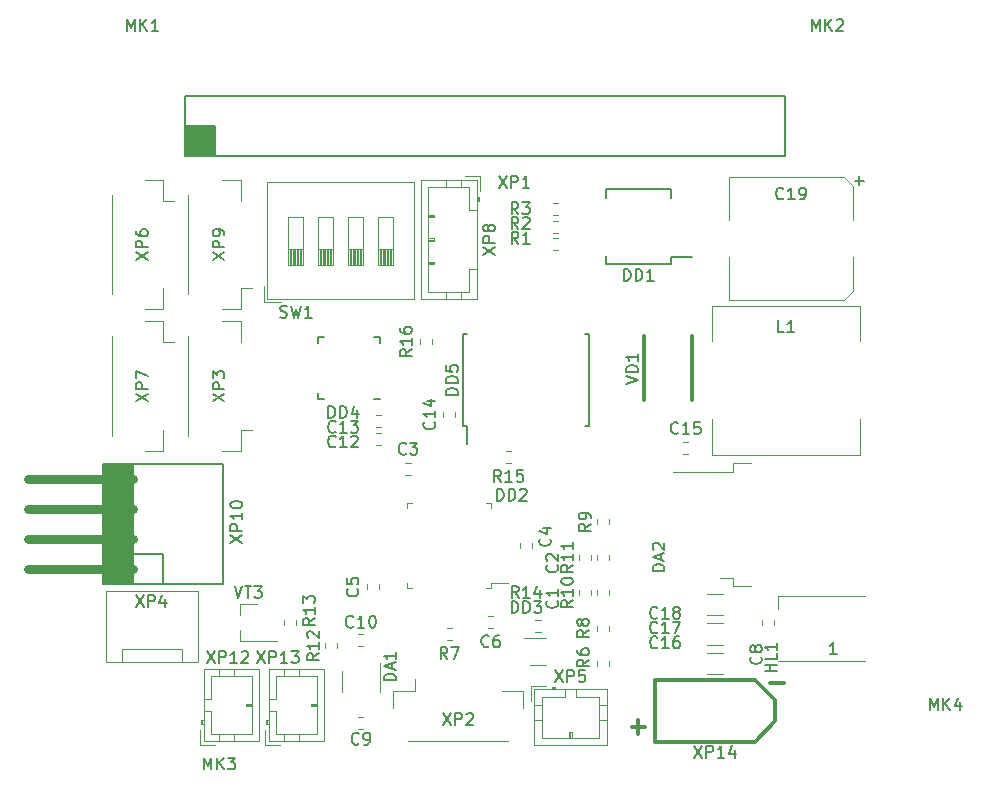
<source format=gbr>
G04 #@! TF.GenerationSoftware,KiCad,Pcbnew,5.0.0-rc2-dev-unknown-41ac458~64~ubuntu17.10.1*
G04 #@! TF.CreationDate,2018-04-19T23:44:08+03:00*
G04 #@! TF.ProjectId,obc-drone-hat,6F62632D64726F6E652D6861742E6B69,rev?*
G04 #@! TF.SameCoordinates,Original*
G04 #@! TF.FileFunction,Legend,Top*
G04 #@! TF.FilePolarity,Positive*
%FSLAX46Y46*%
G04 Gerber Fmt 4.6, Leading zero omitted, Abs format (unit mm)*
G04 Created by KiCad (PCBNEW 5.0.0-rc2-dev-unknown-41ac458~64~ubuntu17.10.1) date Thu Apr 19 23:44:08 2018*
%MOMM*%
%LPD*%
G01*
G04 APERTURE LIST*
%ADD10C,0.300000*%
%ADD11C,0.120000*%
%ADD12C,0.150000*%
%ADD13C,0.800000*%
G04 APERTURE END LIST*
D10*
X186678571Y-134607142D02*
X187821428Y-134607142D01*
X174928571Y-138357142D02*
X176071428Y-138357142D01*
X175500000Y-138928571D02*
X175500000Y-137785714D01*
D11*
X183550000Y-125760000D02*
X182450000Y-125760000D01*
X183550000Y-126450000D02*
X183550000Y-125760000D01*
X185050000Y-126450000D02*
X183550000Y-126450000D01*
X183550000Y-116740000D02*
X178425000Y-116740000D01*
X183550000Y-116050000D02*
X183550000Y-116740000D01*
X185050000Y-116050000D02*
X183550000Y-116050000D01*
X171510000Y-127220000D02*
X171510000Y-126780000D01*
X170490000Y-127220000D02*
X170490000Y-126780000D01*
X170490000Y-123780000D02*
X170490000Y-124220000D01*
X171510000Y-123780000D02*
X171510000Y-124220000D01*
X155780000Y-117010000D02*
X156220000Y-117010000D01*
X155780000Y-115990000D02*
X156220000Y-115990000D01*
X165490000Y-122780000D02*
X165490000Y-123220000D01*
X166510000Y-122780000D02*
X166510000Y-123220000D01*
X153510000Y-126720000D02*
X153510000Y-126280000D01*
X152490000Y-126720000D02*
X152490000Y-126280000D01*
X163220000Y-128990000D02*
X162780000Y-128990000D01*
X163220000Y-130010000D02*
X162780000Y-130010000D01*
X187010000Y-129720000D02*
X187010000Y-129280000D01*
X185990000Y-129720000D02*
X185990000Y-129280000D01*
X152220000Y-137490000D02*
X151780000Y-137490000D01*
X152220000Y-138510000D02*
X151780000Y-138510000D01*
X152220000Y-130490000D02*
X151780000Y-130490000D01*
X152220000Y-131510000D02*
X151780000Y-131510000D01*
X153280000Y-114510000D02*
X153720000Y-114510000D01*
X153280000Y-113490000D02*
X153720000Y-113490000D01*
X153280000Y-113010000D02*
X153720000Y-113010000D01*
X153280000Y-111990000D02*
X153720000Y-111990000D01*
X160010000Y-112120000D02*
X160010000Y-111680000D01*
X158990000Y-112120000D02*
X158990000Y-111680000D01*
X179280000Y-115260000D02*
X179720000Y-115260000D01*
X179280000Y-114240000D02*
X179720000Y-114240000D01*
X181350000Y-133910000D02*
X182650000Y-133910000D01*
X181350000Y-132090000D02*
X182650000Y-132090000D01*
X181350000Y-131410000D02*
X182650000Y-131410000D01*
X181350000Y-129590000D02*
X182650000Y-129590000D01*
X181350000Y-128910000D02*
X182650000Y-128910000D01*
X181350000Y-127090000D02*
X182650000Y-127090000D01*
X192870000Y-102210000D02*
X183210000Y-102210000D01*
X193630000Y-101450000D02*
X192870000Y-102210000D01*
X192870000Y-91790000D02*
X193630000Y-92550000D01*
X183210000Y-91790000D02*
X192870000Y-91790000D01*
X183210000Y-102210000D02*
X183210000Y-98560000D01*
X183210000Y-91790000D02*
X183210000Y-95440000D01*
X193630000Y-92550000D02*
X193630000Y-95440000D01*
X193630000Y-101450000D02*
X193630000Y-98560000D01*
X153610000Y-135400000D02*
X153610000Y-132950000D01*
X150390000Y-133600000D02*
X150390000Y-135400000D01*
D12*
X178250000Y-98550000D02*
X180000000Y-98550000D01*
X178250000Y-92795000D02*
X172750000Y-92795000D01*
X178250000Y-99205000D02*
X172750000Y-99205000D01*
X178250000Y-92795000D02*
X178250000Y-93545000D01*
X172750000Y-92795000D02*
X172750000Y-93545000D01*
X172750000Y-99205000D02*
X172750000Y-98455000D01*
X178250000Y-99205000D02*
X178250000Y-98550000D01*
D11*
X163060000Y-119440000D02*
X162640000Y-119440000D01*
X163060000Y-126560000D02*
X163060000Y-126140000D01*
X163060000Y-126140000D02*
X164440000Y-126140000D01*
X155940000Y-126560000D02*
X156360000Y-126560000D01*
X155940000Y-119440000D02*
X156360000Y-119440000D01*
X163060000Y-126560000D02*
X162640000Y-126560000D01*
X163060000Y-119440000D02*
X163060000Y-119860000D01*
X155940000Y-119440000D02*
X155940000Y-119860000D01*
X155940000Y-126560000D02*
X155940000Y-126140000D01*
X166300000Y-133160000D02*
X167700000Y-133160000D01*
X167700000Y-130840000D02*
X165800000Y-130840000D01*
X187350000Y-127250000D02*
X187350000Y-128400000D01*
X194650000Y-127250000D02*
X187350000Y-127250000D01*
X194650000Y-132750000D02*
X187350000Y-132750000D01*
X194300000Y-102700000D02*
X194300000Y-105700000D01*
X181700000Y-102700000D02*
X194300000Y-102700000D01*
X181700000Y-105700000D02*
X181700000Y-102700000D01*
X181700000Y-115300000D02*
X181700000Y-112300000D01*
X194300000Y-115300000D02*
X181700000Y-115300000D01*
X194300000Y-112300000D02*
X194300000Y-115300000D01*
X168280000Y-98010000D02*
X168720000Y-98010000D01*
X168280000Y-96990000D02*
X168720000Y-96990000D01*
X168280000Y-96510000D02*
X168720000Y-96510000D01*
X168280000Y-95490000D02*
X168720000Y-95490000D01*
X168280000Y-95010000D02*
X168720000Y-95010000D01*
X168280000Y-93990000D02*
X168720000Y-93990000D01*
X173010000Y-133220000D02*
X173010000Y-132780000D01*
X171990000Y-133220000D02*
X171990000Y-132780000D01*
X159720000Y-129990000D02*
X159280000Y-129990000D01*
X159720000Y-131010000D02*
X159280000Y-131010000D01*
X173010000Y-130220000D02*
X173010000Y-129780000D01*
X171990000Y-130220000D02*
X171990000Y-129780000D01*
X171990000Y-120780000D02*
X171990000Y-121220000D01*
X173010000Y-120780000D02*
X173010000Y-121220000D01*
X173010000Y-127220000D02*
X173010000Y-126780000D01*
X171990000Y-127220000D02*
X171990000Y-126780000D01*
X171990000Y-123780000D02*
X171990000Y-124220000D01*
X173010000Y-123780000D02*
X173010000Y-124220000D01*
X150010000Y-131720000D02*
X150010000Y-131280000D01*
X148990000Y-131720000D02*
X148990000Y-131280000D01*
X145490000Y-129280000D02*
X145490000Y-129720000D01*
X146510000Y-129280000D02*
X146510000Y-129720000D01*
X167220000Y-129290000D02*
X166780000Y-129290000D01*
X167220000Y-130310000D02*
X166780000Y-130310000D01*
X164720000Y-114990000D02*
X164280000Y-114990000D01*
X164720000Y-116010000D02*
X164280000Y-116010000D01*
X158010000Y-105970000D02*
X158010000Y-105530000D01*
X156990000Y-105970000D02*
X156990000Y-105530000D01*
X153485000Y-97866667D02*
X154755000Y-97866667D01*
X154685000Y-99220000D02*
X154685000Y-97866667D01*
X154565000Y-99220000D02*
X154565000Y-97866667D01*
X154445000Y-99220000D02*
X154445000Y-97866667D01*
X154325000Y-99220000D02*
X154325000Y-97866667D01*
X154205000Y-99220000D02*
X154205000Y-97866667D01*
X154085000Y-99220000D02*
X154085000Y-97866667D01*
X153965000Y-99220000D02*
X153965000Y-97866667D01*
X153845000Y-99220000D02*
X153845000Y-97866667D01*
X153725000Y-99220000D02*
X153725000Y-97866667D01*
X153605000Y-99220000D02*
X153605000Y-97866667D01*
X153485000Y-95160000D02*
X153485000Y-99220000D01*
X154755000Y-95160000D02*
X153485000Y-95160000D01*
X154755000Y-99220000D02*
X154755000Y-95160000D01*
X153485000Y-99220000D02*
X154755000Y-99220000D01*
X150945000Y-97866667D02*
X152215000Y-97866667D01*
X152145000Y-99220000D02*
X152145000Y-97866667D01*
X152025000Y-99220000D02*
X152025000Y-97866667D01*
X151905000Y-99220000D02*
X151905000Y-97866667D01*
X151785000Y-99220000D02*
X151785000Y-97866667D01*
X151665000Y-99220000D02*
X151665000Y-97866667D01*
X151545000Y-99220000D02*
X151545000Y-97866667D01*
X151425000Y-99220000D02*
X151425000Y-97866667D01*
X151305000Y-99220000D02*
X151305000Y-97866667D01*
X151185000Y-99220000D02*
X151185000Y-97866667D01*
X151065000Y-99220000D02*
X151065000Y-97866667D01*
X150945000Y-95160000D02*
X150945000Y-99220000D01*
X152215000Y-95160000D02*
X150945000Y-95160000D01*
X152215000Y-99220000D02*
X152215000Y-95160000D01*
X150945000Y-99220000D02*
X152215000Y-99220000D01*
X148405000Y-97866667D02*
X149675000Y-97866667D01*
X149605000Y-99220000D02*
X149605000Y-97866667D01*
X149485000Y-99220000D02*
X149485000Y-97866667D01*
X149365000Y-99220000D02*
X149365000Y-97866667D01*
X149245000Y-99220000D02*
X149245000Y-97866667D01*
X149125000Y-99220000D02*
X149125000Y-97866667D01*
X149005000Y-99220000D02*
X149005000Y-97866667D01*
X148885000Y-99220000D02*
X148885000Y-97866667D01*
X148765000Y-99220000D02*
X148765000Y-97866667D01*
X148645000Y-99220000D02*
X148645000Y-97866667D01*
X148525000Y-99220000D02*
X148525000Y-97866667D01*
X148405000Y-95160000D02*
X148405000Y-99220000D01*
X149675000Y-95160000D02*
X148405000Y-95160000D01*
X149675000Y-99220000D02*
X149675000Y-95160000D01*
X148405000Y-99220000D02*
X149675000Y-99220000D01*
X145865000Y-97866667D02*
X147135000Y-97866667D01*
X147065000Y-99220000D02*
X147065000Y-97866667D01*
X146945000Y-99220000D02*
X146945000Y-97866667D01*
X146825000Y-99220000D02*
X146825000Y-97866667D01*
X146705000Y-99220000D02*
X146705000Y-97866667D01*
X146585000Y-99220000D02*
X146585000Y-97866667D01*
X146465000Y-99220000D02*
X146465000Y-97866667D01*
X146345000Y-99220000D02*
X146345000Y-97866667D01*
X146225000Y-99220000D02*
X146225000Y-97866667D01*
X146105000Y-99220000D02*
X146105000Y-97866667D01*
X145985000Y-99220000D02*
X145985000Y-97866667D01*
X145865000Y-95160000D02*
X145865000Y-99220000D01*
X147135000Y-95160000D02*
X145865000Y-95160000D01*
X147135000Y-99220000D02*
X147135000Y-95160000D01*
X145865000Y-99220000D02*
X147135000Y-99220000D01*
X143840000Y-102380000D02*
X145223000Y-102380000D01*
X143840000Y-102380000D02*
X143840000Y-100996000D01*
X144080000Y-92240000D02*
X156540000Y-92240000D01*
X144080000Y-102140000D02*
X156540000Y-102140000D01*
X156540000Y-102140000D02*
X156540000Y-92240000D01*
X144080000Y-102140000D02*
X144080000Y-92240000D01*
X156035000Y-139560000D02*
X164465000Y-139560000D01*
X165735000Y-135290000D02*
X163935000Y-135290000D01*
X165735000Y-136740000D02*
X165735000Y-135290000D01*
X156565000Y-135290000D02*
X156565000Y-134300000D01*
X154765000Y-135290000D02*
X156565000Y-135290000D01*
X154765000Y-136740000D02*
X154765000Y-135290000D01*
X137390000Y-113715000D02*
X137390000Y-105285000D01*
X141860000Y-104015000D02*
X141860000Y-105815000D01*
X140260000Y-104015000D02*
X141860000Y-104015000D01*
X141860000Y-113185000D02*
X142800000Y-113185000D01*
X141860000Y-114985000D02*
X141860000Y-113185000D01*
X140260000Y-114985000D02*
X141860000Y-114985000D01*
X136830000Y-131790000D02*
X136830000Y-132800000D01*
X131750000Y-131790000D02*
X136830000Y-131790000D01*
X131750000Y-132800000D02*
X131750000Y-131790000D01*
X138200000Y-132900000D02*
X130400000Y-132900000D01*
X138200000Y-126850000D02*
X138200000Y-132900000D01*
X130400000Y-126850000D02*
X138200000Y-126850000D01*
X130400000Y-132900000D02*
X130400000Y-126850000D01*
X166390000Y-134890000D02*
X166390000Y-136140000D01*
X167640000Y-134890000D02*
X166390000Y-134890000D01*
X169750000Y-139300000D02*
X169750000Y-138800000D01*
X169850000Y-138800000D02*
X169850000Y-139300000D01*
X169650000Y-138800000D02*
X169850000Y-138800000D01*
X169650000Y-139300000D02*
X169650000Y-138800000D01*
X172810000Y-137800000D02*
X172200000Y-137800000D01*
X172810000Y-136500000D02*
X172200000Y-136500000D01*
X166690000Y-137800000D02*
X167300000Y-137800000D01*
X166690000Y-136500000D02*
X167300000Y-136500000D01*
X170250000Y-135800000D02*
X170250000Y-135190000D01*
X172200000Y-135800000D02*
X170250000Y-135800000D01*
X172200000Y-139300000D02*
X172200000Y-135800000D01*
X167300000Y-139300000D02*
X172200000Y-139300000D01*
X167300000Y-135800000D02*
X167300000Y-139300000D01*
X169250000Y-135800000D02*
X167300000Y-135800000D01*
X169250000Y-135190000D02*
X169250000Y-135800000D01*
X168450000Y-135090000D02*
X168150000Y-135090000D01*
X168150000Y-134990000D02*
X168150000Y-135190000D01*
X168450000Y-134990000D02*
X168150000Y-134990000D01*
X168450000Y-135190000D02*
X168450000Y-134990000D01*
X172810000Y-135190000D02*
X166690000Y-135190000D01*
X172810000Y-139910000D02*
X172810000Y-135190000D01*
X166690000Y-139910000D02*
X172810000Y-139910000D01*
X166690000Y-135190000D02*
X166690000Y-139910000D01*
X162110000Y-91740000D02*
X160860000Y-91740000D01*
X162110000Y-92990000D02*
X162110000Y-91740000D01*
X157700000Y-99100000D02*
X158200000Y-99100000D01*
X158200000Y-99200000D02*
X157700000Y-99200000D01*
X158200000Y-99000000D02*
X158200000Y-99200000D01*
X157700000Y-99000000D02*
X158200000Y-99000000D01*
X157700000Y-97100000D02*
X158200000Y-97100000D01*
X158200000Y-97200000D02*
X157700000Y-97200000D01*
X158200000Y-97000000D02*
X158200000Y-97200000D01*
X157700000Y-97000000D02*
X158200000Y-97000000D01*
X157700000Y-95100000D02*
X158200000Y-95100000D01*
X158200000Y-95200000D02*
X157700000Y-95200000D01*
X158200000Y-95000000D02*
X158200000Y-95200000D01*
X157700000Y-95000000D02*
X158200000Y-95000000D01*
X159200000Y-102160000D02*
X159200000Y-101550000D01*
X160500000Y-102160000D02*
X160500000Y-101550000D01*
X159200000Y-92040000D02*
X159200000Y-92650000D01*
X160500000Y-92040000D02*
X160500000Y-92650000D01*
X161200000Y-99600000D02*
X161810000Y-99600000D01*
X161200000Y-101550000D02*
X161200000Y-99600000D01*
X157700000Y-101550000D02*
X161200000Y-101550000D01*
X157700000Y-92650000D02*
X157700000Y-101550000D01*
X161200000Y-92650000D02*
X157700000Y-92650000D01*
X161200000Y-94600000D02*
X161200000Y-92650000D01*
X161810000Y-94600000D02*
X161200000Y-94600000D01*
X161910000Y-93800000D02*
X161910000Y-93500000D01*
X162010000Y-93500000D02*
X161810000Y-93500000D01*
X162010000Y-93800000D02*
X162010000Y-93500000D01*
X161810000Y-93800000D02*
X162010000Y-93800000D01*
X161810000Y-102160000D02*
X161810000Y-92040000D01*
X157090000Y-102160000D02*
X161810000Y-102160000D01*
X157090000Y-92040000D02*
X157090000Y-102160000D01*
X161810000Y-92040000D02*
X157090000Y-92040000D01*
X137390000Y-101715000D02*
X137390000Y-93285000D01*
X141860000Y-92015000D02*
X141860000Y-93815000D01*
X140260000Y-92015000D02*
X141860000Y-92015000D01*
X141860000Y-101185000D02*
X142800000Y-101185000D01*
X141860000Y-102985000D02*
X141860000Y-101185000D01*
X140260000Y-102985000D02*
X141860000Y-102985000D01*
X138390000Y-139860000D02*
X139640000Y-139860000D01*
X138390000Y-138610000D02*
X138390000Y-139860000D01*
X142800000Y-136500000D02*
X142300000Y-136500000D01*
X142300000Y-136400000D02*
X142800000Y-136400000D01*
X142300000Y-136600000D02*
X142300000Y-136400000D01*
X142800000Y-136600000D02*
X142300000Y-136600000D01*
X141300000Y-133440000D02*
X141300000Y-134050000D01*
X140000000Y-133440000D02*
X140000000Y-134050000D01*
X141300000Y-139560000D02*
X141300000Y-138950000D01*
X140000000Y-139560000D02*
X140000000Y-138950000D01*
X139300000Y-136000000D02*
X138690000Y-136000000D01*
X139300000Y-134050000D02*
X139300000Y-136000000D01*
X142800000Y-134050000D02*
X139300000Y-134050000D01*
X142800000Y-138950000D02*
X142800000Y-134050000D01*
X139300000Y-138950000D02*
X142800000Y-138950000D01*
X139300000Y-137000000D02*
X139300000Y-138950000D01*
X138690000Y-137000000D02*
X139300000Y-137000000D01*
X138590000Y-137800000D02*
X138590000Y-138100000D01*
X138490000Y-138100000D02*
X138690000Y-138100000D01*
X138490000Y-137800000D02*
X138490000Y-138100000D01*
X138690000Y-137800000D02*
X138490000Y-137800000D01*
X138690000Y-133440000D02*
X138690000Y-139560000D01*
X143410000Y-133440000D02*
X138690000Y-133440000D01*
X143410000Y-139560000D02*
X143410000Y-133440000D01*
X138690000Y-139560000D02*
X143410000Y-139560000D01*
X143890000Y-139860000D02*
X145140000Y-139860000D01*
X143890000Y-138610000D02*
X143890000Y-139860000D01*
X148300000Y-136500000D02*
X147800000Y-136500000D01*
X147800000Y-136400000D02*
X148300000Y-136400000D01*
X147800000Y-136600000D02*
X147800000Y-136400000D01*
X148300000Y-136600000D02*
X147800000Y-136600000D01*
X146800000Y-133440000D02*
X146800000Y-134050000D01*
X145500000Y-133440000D02*
X145500000Y-134050000D01*
X146800000Y-139560000D02*
X146800000Y-138950000D01*
X145500000Y-139560000D02*
X145500000Y-138950000D01*
X144800000Y-136000000D02*
X144190000Y-136000000D01*
X144800000Y-134050000D02*
X144800000Y-136000000D01*
X148300000Y-134050000D02*
X144800000Y-134050000D01*
X148300000Y-138950000D02*
X148300000Y-134050000D01*
X144800000Y-138950000D02*
X148300000Y-138950000D01*
X144800000Y-137000000D02*
X144800000Y-138950000D01*
X144190000Y-137000000D02*
X144800000Y-137000000D01*
X144090000Y-137800000D02*
X144090000Y-138100000D01*
X143990000Y-138100000D02*
X144190000Y-138100000D01*
X143990000Y-137800000D02*
X143990000Y-138100000D01*
X144190000Y-137800000D02*
X143990000Y-137800000D01*
X144190000Y-133440000D02*
X144190000Y-139560000D01*
X148910000Y-133440000D02*
X144190000Y-133440000D01*
X148910000Y-139560000D02*
X148910000Y-133440000D01*
X144190000Y-139560000D02*
X148910000Y-139560000D01*
X141740000Y-127920000D02*
X143200000Y-127920000D01*
X141740000Y-131080000D02*
X144900000Y-131080000D01*
X141740000Y-131080000D02*
X141740000Y-130150000D01*
X141740000Y-127920000D02*
X141740000Y-128850000D01*
X130940000Y-93285000D02*
X130940000Y-101715000D01*
X135210000Y-102985000D02*
X135210000Y-101185000D01*
X133760000Y-102985000D02*
X135210000Y-102985000D01*
X135210000Y-93815000D02*
X136200000Y-93815000D01*
X135210000Y-92015000D02*
X135210000Y-93815000D01*
X133760000Y-92015000D02*
X135210000Y-92015000D01*
X130940000Y-105285000D02*
X130940000Y-113715000D01*
X135210000Y-114985000D02*
X135210000Y-113185000D01*
X133760000Y-114985000D02*
X135210000Y-114985000D01*
X135210000Y-105815000D02*
X136200000Y-105815000D01*
X135210000Y-104015000D02*
X135210000Y-105815000D01*
X133760000Y-104015000D02*
X135210000Y-104015000D01*
D12*
X148375000Y-110625000D02*
X148900000Y-110625000D01*
X148375000Y-105375000D02*
X148900000Y-105375000D01*
X153625000Y-105375000D02*
X153100000Y-105375000D01*
X153625000Y-110625000D02*
X153100000Y-110625000D01*
X148375000Y-105375000D02*
X148375000Y-105900000D01*
X153625000Y-105375000D02*
X153625000Y-105900000D01*
X148375000Y-110625000D02*
X148375000Y-110100000D01*
X160950000Y-112875000D02*
X160950000Y-114400000D01*
X171325000Y-112875000D02*
X171325000Y-105125000D01*
X160675000Y-112875000D02*
X160675000Y-105125000D01*
X171325000Y-112875000D02*
X170970000Y-112875000D01*
X171325000Y-105125000D02*
X170970000Y-105125000D01*
X160675000Y-105125000D02*
X161030000Y-105125000D01*
X160675000Y-112875000D02*
X160950000Y-112875000D01*
D10*
X180000000Y-110700000D02*
X180000000Y-105250000D01*
X176000000Y-110700000D02*
X176000000Y-105250000D01*
D12*
G36*
X132730000Y-116110000D02*
X130190000Y-116110000D01*
X130190000Y-126270000D01*
X132730000Y-126270000D01*
X132730000Y-116110000D01*
G37*
X132730000Y-116110000D02*
X130190000Y-116110000D01*
X130190000Y-126270000D01*
X132730000Y-126270000D01*
X132730000Y-116110000D01*
X134000000Y-126270000D02*
X135270000Y-126270000D01*
X132730000Y-126270000D02*
X134000000Y-126270000D01*
X135270000Y-123730000D02*
X132730000Y-123730000D01*
X135270000Y-126270000D02*
X135270000Y-123730000D01*
X140350000Y-126270000D02*
X135270000Y-126270000D01*
X140350000Y-116110000D02*
X132730000Y-116110000D01*
X140350000Y-126270000D02*
X140350000Y-116110000D01*
D13*
X132730000Y-117380000D02*
X123840000Y-117380000D01*
X132730000Y-119920000D02*
X123840000Y-119920000D01*
X132730000Y-122460000D02*
X123840000Y-122460000D01*
X132730000Y-125000000D02*
X123840000Y-125000000D01*
D12*
G36*
X137100000Y-87500000D02*
X139640000Y-87500000D01*
X139640000Y-90040000D01*
X137100000Y-90040000D01*
X137100000Y-87500000D01*
G37*
X137100000Y-87500000D02*
X139640000Y-87500000D01*
X139640000Y-90040000D01*
X137100000Y-90040000D01*
X137100000Y-87500000D01*
X137100000Y-84960000D02*
X187900000Y-84960000D01*
X187900000Y-90040000D02*
X137100000Y-90040000D01*
X187900000Y-84960000D02*
X187900000Y-90040000D01*
X137100000Y-90040000D02*
X137100000Y-84960000D01*
D10*
X187100000Y-136100000D02*
X185400000Y-134400000D01*
X187100000Y-137900000D02*
X187100000Y-136100000D01*
X185400000Y-139600000D02*
X187100000Y-137900000D01*
X176900000Y-139600000D02*
X185400000Y-139600000D01*
X176900000Y-134400000D02*
X185400000Y-134400000D01*
X176900000Y-134400000D02*
X176900000Y-139600000D01*
D12*
X177702380Y-125166666D02*
X176702380Y-125166666D01*
X176702380Y-124928571D01*
X176750000Y-124785714D01*
X176845238Y-124690476D01*
X176940476Y-124642857D01*
X177130952Y-124595238D01*
X177273809Y-124595238D01*
X177464285Y-124642857D01*
X177559523Y-124690476D01*
X177654761Y-124785714D01*
X177702380Y-124928571D01*
X177702380Y-125166666D01*
X177416666Y-124214285D02*
X177416666Y-123738095D01*
X177702380Y-124309523D02*
X176702380Y-123976190D01*
X177702380Y-123642857D01*
X176797619Y-123357142D02*
X176750000Y-123309523D01*
X176702380Y-123214285D01*
X176702380Y-122976190D01*
X176750000Y-122880952D01*
X176797619Y-122833333D01*
X176892857Y-122785714D01*
X176988095Y-122785714D01*
X177130952Y-122833333D01*
X177702380Y-123404761D01*
X177702380Y-122785714D01*
X168607142Y-127666666D02*
X168654761Y-127714285D01*
X168702380Y-127857142D01*
X168702380Y-127952380D01*
X168654761Y-128095238D01*
X168559523Y-128190476D01*
X168464285Y-128238095D01*
X168273809Y-128285714D01*
X168130952Y-128285714D01*
X167940476Y-128238095D01*
X167845238Y-128190476D01*
X167750000Y-128095238D01*
X167702380Y-127952380D01*
X167702380Y-127857142D01*
X167750000Y-127714285D01*
X167797619Y-127666666D01*
X168702380Y-126714285D02*
X168702380Y-127285714D01*
X168702380Y-127000000D02*
X167702380Y-127000000D01*
X167845238Y-127095238D01*
X167940476Y-127190476D01*
X167988095Y-127285714D01*
X168607142Y-124666666D02*
X168654761Y-124714285D01*
X168702380Y-124857142D01*
X168702380Y-124952380D01*
X168654761Y-125095238D01*
X168559523Y-125190476D01*
X168464285Y-125238095D01*
X168273809Y-125285714D01*
X168130952Y-125285714D01*
X167940476Y-125238095D01*
X167845238Y-125190476D01*
X167750000Y-125095238D01*
X167702380Y-124952380D01*
X167702380Y-124857142D01*
X167750000Y-124714285D01*
X167797619Y-124666666D01*
X167797619Y-124285714D02*
X167750000Y-124238095D01*
X167702380Y-124142857D01*
X167702380Y-123904761D01*
X167750000Y-123809523D01*
X167797619Y-123761904D01*
X167892857Y-123714285D01*
X167988095Y-123714285D01*
X168130952Y-123761904D01*
X168702380Y-124333333D01*
X168702380Y-123714285D01*
X155833333Y-115207142D02*
X155785714Y-115254761D01*
X155642857Y-115302380D01*
X155547619Y-115302380D01*
X155404761Y-115254761D01*
X155309523Y-115159523D01*
X155261904Y-115064285D01*
X155214285Y-114873809D01*
X155214285Y-114730952D01*
X155261904Y-114540476D01*
X155309523Y-114445238D01*
X155404761Y-114350000D01*
X155547619Y-114302380D01*
X155642857Y-114302380D01*
X155785714Y-114350000D01*
X155833333Y-114397619D01*
X156166666Y-114302380D02*
X156785714Y-114302380D01*
X156452380Y-114683333D01*
X156595238Y-114683333D01*
X156690476Y-114730952D01*
X156738095Y-114778571D01*
X156785714Y-114873809D01*
X156785714Y-115111904D01*
X156738095Y-115207142D01*
X156690476Y-115254761D01*
X156595238Y-115302380D01*
X156309523Y-115302380D01*
X156214285Y-115254761D01*
X156166666Y-115207142D01*
X168007142Y-122416666D02*
X168054761Y-122464285D01*
X168102380Y-122607142D01*
X168102380Y-122702380D01*
X168054761Y-122845238D01*
X167959523Y-122940476D01*
X167864285Y-122988095D01*
X167673809Y-123035714D01*
X167530952Y-123035714D01*
X167340476Y-122988095D01*
X167245238Y-122940476D01*
X167150000Y-122845238D01*
X167102380Y-122702380D01*
X167102380Y-122607142D01*
X167150000Y-122464285D01*
X167197619Y-122416666D01*
X167435714Y-121559523D02*
X168102380Y-121559523D01*
X167054761Y-121797619D02*
X167769047Y-122035714D01*
X167769047Y-121416666D01*
X151707142Y-126666666D02*
X151754761Y-126714285D01*
X151802380Y-126857142D01*
X151802380Y-126952380D01*
X151754761Y-127095238D01*
X151659523Y-127190476D01*
X151564285Y-127238095D01*
X151373809Y-127285714D01*
X151230952Y-127285714D01*
X151040476Y-127238095D01*
X150945238Y-127190476D01*
X150850000Y-127095238D01*
X150802380Y-126952380D01*
X150802380Y-126857142D01*
X150850000Y-126714285D01*
X150897619Y-126666666D01*
X150802380Y-125761904D02*
X150802380Y-126238095D01*
X151278571Y-126285714D01*
X151230952Y-126238095D01*
X151183333Y-126142857D01*
X151183333Y-125904761D01*
X151230952Y-125809523D01*
X151278571Y-125761904D01*
X151373809Y-125714285D01*
X151611904Y-125714285D01*
X151707142Y-125761904D01*
X151754761Y-125809523D01*
X151802380Y-125904761D01*
X151802380Y-126142857D01*
X151754761Y-126238095D01*
X151707142Y-126285714D01*
X162833333Y-131507142D02*
X162785714Y-131554761D01*
X162642857Y-131602380D01*
X162547619Y-131602380D01*
X162404761Y-131554761D01*
X162309523Y-131459523D01*
X162261904Y-131364285D01*
X162214285Y-131173809D01*
X162214285Y-131030952D01*
X162261904Y-130840476D01*
X162309523Y-130745238D01*
X162404761Y-130650000D01*
X162547619Y-130602380D01*
X162642857Y-130602380D01*
X162785714Y-130650000D01*
X162833333Y-130697619D01*
X163690476Y-130602380D02*
X163500000Y-130602380D01*
X163404761Y-130650000D01*
X163357142Y-130697619D01*
X163261904Y-130840476D01*
X163214285Y-131030952D01*
X163214285Y-131411904D01*
X163261904Y-131507142D01*
X163309523Y-131554761D01*
X163404761Y-131602380D01*
X163595238Y-131602380D01*
X163690476Y-131554761D01*
X163738095Y-131507142D01*
X163785714Y-131411904D01*
X163785714Y-131173809D01*
X163738095Y-131078571D01*
X163690476Y-131030952D01*
X163595238Y-130983333D01*
X163404761Y-130983333D01*
X163309523Y-131030952D01*
X163261904Y-131078571D01*
X163214285Y-131173809D01*
X185857142Y-132416666D02*
X185904761Y-132464285D01*
X185952380Y-132607142D01*
X185952380Y-132702380D01*
X185904761Y-132845238D01*
X185809523Y-132940476D01*
X185714285Y-132988095D01*
X185523809Y-133035714D01*
X185380952Y-133035714D01*
X185190476Y-132988095D01*
X185095238Y-132940476D01*
X185000000Y-132845238D01*
X184952380Y-132702380D01*
X184952380Y-132607142D01*
X185000000Y-132464285D01*
X185047619Y-132416666D01*
X185380952Y-131845238D02*
X185333333Y-131940476D01*
X185285714Y-131988095D01*
X185190476Y-132035714D01*
X185142857Y-132035714D01*
X185047619Y-131988095D01*
X185000000Y-131940476D01*
X184952380Y-131845238D01*
X184952380Y-131654761D01*
X185000000Y-131559523D01*
X185047619Y-131511904D01*
X185142857Y-131464285D01*
X185190476Y-131464285D01*
X185285714Y-131511904D01*
X185333333Y-131559523D01*
X185380952Y-131654761D01*
X185380952Y-131845238D01*
X185428571Y-131940476D01*
X185476190Y-131988095D01*
X185571428Y-132035714D01*
X185761904Y-132035714D01*
X185857142Y-131988095D01*
X185904761Y-131940476D01*
X185952380Y-131845238D01*
X185952380Y-131654761D01*
X185904761Y-131559523D01*
X185857142Y-131511904D01*
X185761904Y-131464285D01*
X185571428Y-131464285D01*
X185476190Y-131511904D01*
X185428571Y-131559523D01*
X185380952Y-131654761D01*
X151833333Y-139757142D02*
X151785714Y-139804761D01*
X151642857Y-139852380D01*
X151547619Y-139852380D01*
X151404761Y-139804761D01*
X151309523Y-139709523D01*
X151261904Y-139614285D01*
X151214285Y-139423809D01*
X151214285Y-139280952D01*
X151261904Y-139090476D01*
X151309523Y-138995238D01*
X151404761Y-138900000D01*
X151547619Y-138852380D01*
X151642857Y-138852380D01*
X151785714Y-138900000D01*
X151833333Y-138947619D01*
X152309523Y-139852380D02*
X152500000Y-139852380D01*
X152595238Y-139804761D01*
X152642857Y-139757142D01*
X152738095Y-139614285D01*
X152785714Y-139423809D01*
X152785714Y-139042857D01*
X152738095Y-138947619D01*
X152690476Y-138900000D01*
X152595238Y-138852380D01*
X152404761Y-138852380D01*
X152309523Y-138900000D01*
X152261904Y-138947619D01*
X152214285Y-139042857D01*
X152214285Y-139280952D01*
X152261904Y-139376190D01*
X152309523Y-139423809D01*
X152404761Y-139471428D01*
X152595238Y-139471428D01*
X152690476Y-139423809D01*
X152738095Y-139376190D01*
X152785714Y-139280952D01*
X151357142Y-129857142D02*
X151309523Y-129904761D01*
X151166666Y-129952380D01*
X151071428Y-129952380D01*
X150928571Y-129904761D01*
X150833333Y-129809523D01*
X150785714Y-129714285D01*
X150738095Y-129523809D01*
X150738095Y-129380952D01*
X150785714Y-129190476D01*
X150833333Y-129095238D01*
X150928571Y-129000000D01*
X151071428Y-128952380D01*
X151166666Y-128952380D01*
X151309523Y-129000000D01*
X151357142Y-129047619D01*
X152309523Y-129952380D02*
X151738095Y-129952380D01*
X152023809Y-129952380D02*
X152023809Y-128952380D01*
X151928571Y-129095238D01*
X151833333Y-129190476D01*
X151738095Y-129238095D01*
X152928571Y-128952380D02*
X153023809Y-128952380D01*
X153119047Y-129000000D01*
X153166666Y-129047619D01*
X153214285Y-129142857D01*
X153261904Y-129333333D01*
X153261904Y-129571428D01*
X153214285Y-129761904D01*
X153166666Y-129857142D01*
X153119047Y-129904761D01*
X153023809Y-129952380D01*
X152928571Y-129952380D01*
X152833333Y-129904761D01*
X152785714Y-129857142D01*
X152738095Y-129761904D01*
X152690476Y-129571428D01*
X152690476Y-129333333D01*
X152738095Y-129142857D01*
X152785714Y-129047619D01*
X152833333Y-129000000D01*
X152928571Y-128952380D01*
X149857142Y-114607142D02*
X149809523Y-114654761D01*
X149666666Y-114702380D01*
X149571428Y-114702380D01*
X149428571Y-114654761D01*
X149333333Y-114559523D01*
X149285714Y-114464285D01*
X149238095Y-114273809D01*
X149238095Y-114130952D01*
X149285714Y-113940476D01*
X149333333Y-113845238D01*
X149428571Y-113750000D01*
X149571428Y-113702380D01*
X149666666Y-113702380D01*
X149809523Y-113750000D01*
X149857142Y-113797619D01*
X150809523Y-114702380D02*
X150238095Y-114702380D01*
X150523809Y-114702380D02*
X150523809Y-113702380D01*
X150428571Y-113845238D01*
X150333333Y-113940476D01*
X150238095Y-113988095D01*
X151190476Y-113797619D02*
X151238095Y-113750000D01*
X151333333Y-113702380D01*
X151571428Y-113702380D01*
X151666666Y-113750000D01*
X151714285Y-113797619D01*
X151761904Y-113892857D01*
X151761904Y-113988095D01*
X151714285Y-114130952D01*
X151142857Y-114702380D01*
X151761904Y-114702380D01*
X149857142Y-113357142D02*
X149809523Y-113404761D01*
X149666666Y-113452380D01*
X149571428Y-113452380D01*
X149428571Y-113404761D01*
X149333333Y-113309523D01*
X149285714Y-113214285D01*
X149238095Y-113023809D01*
X149238095Y-112880952D01*
X149285714Y-112690476D01*
X149333333Y-112595238D01*
X149428571Y-112500000D01*
X149571428Y-112452380D01*
X149666666Y-112452380D01*
X149809523Y-112500000D01*
X149857142Y-112547619D01*
X150809523Y-113452380D02*
X150238095Y-113452380D01*
X150523809Y-113452380D02*
X150523809Y-112452380D01*
X150428571Y-112595238D01*
X150333333Y-112690476D01*
X150238095Y-112738095D01*
X151142857Y-112452380D02*
X151761904Y-112452380D01*
X151428571Y-112833333D01*
X151571428Y-112833333D01*
X151666666Y-112880952D01*
X151714285Y-112928571D01*
X151761904Y-113023809D01*
X151761904Y-113261904D01*
X151714285Y-113357142D01*
X151666666Y-113404761D01*
X151571428Y-113452380D01*
X151285714Y-113452380D01*
X151190476Y-113404761D01*
X151142857Y-113357142D01*
X158207142Y-112542857D02*
X158254761Y-112590476D01*
X158302380Y-112733333D01*
X158302380Y-112828571D01*
X158254761Y-112971428D01*
X158159523Y-113066666D01*
X158064285Y-113114285D01*
X157873809Y-113161904D01*
X157730952Y-113161904D01*
X157540476Y-113114285D01*
X157445238Y-113066666D01*
X157350000Y-112971428D01*
X157302380Y-112828571D01*
X157302380Y-112733333D01*
X157350000Y-112590476D01*
X157397619Y-112542857D01*
X158302380Y-111590476D02*
X158302380Y-112161904D01*
X158302380Y-111876190D02*
X157302380Y-111876190D01*
X157445238Y-111971428D01*
X157540476Y-112066666D01*
X157588095Y-112161904D01*
X157635714Y-110733333D02*
X158302380Y-110733333D01*
X157254761Y-110971428D02*
X157969047Y-111209523D01*
X157969047Y-110590476D01*
X178857142Y-113457142D02*
X178809523Y-113504761D01*
X178666666Y-113552380D01*
X178571428Y-113552380D01*
X178428571Y-113504761D01*
X178333333Y-113409523D01*
X178285714Y-113314285D01*
X178238095Y-113123809D01*
X178238095Y-112980952D01*
X178285714Y-112790476D01*
X178333333Y-112695238D01*
X178428571Y-112600000D01*
X178571428Y-112552380D01*
X178666666Y-112552380D01*
X178809523Y-112600000D01*
X178857142Y-112647619D01*
X179809523Y-113552380D02*
X179238095Y-113552380D01*
X179523809Y-113552380D02*
X179523809Y-112552380D01*
X179428571Y-112695238D01*
X179333333Y-112790476D01*
X179238095Y-112838095D01*
X180714285Y-112552380D02*
X180238095Y-112552380D01*
X180190476Y-113028571D01*
X180238095Y-112980952D01*
X180333333Y-112933333D01*
X180571428Y-112933333D01*
X180666666Y-112980952D01*
X180714285Y-113028571D01*
X180761904Y-113123809D01*
X180761904Y-113361904D01*
X180714285Y-113457142D01*
X180666666Y-113504761D01*
X180571428Y-113552380D01*
X180333333Y-113552380D01*
X180238095Y-113504761D01*
X180190476Y-113457142D01*
X177107142Y-131607142D02*
X177059523Y-131654761D01*
X176916666Y-131702380D01*
X176821428Y-131702380D01*
X176678571Y-131654761D01*
X176583333Y-131559523D01*
X176535714Y-131464285D01*
X176488095Y-131273809D01*
X176488095Y-131130952D01*
X176535714Y-130940476D01*
X176583333Y-130845238D01*
X176678571Y-130750000D01*
X176821428Y-130702380D01*
X176916666Y-130702380D01*
X177059523Y-130750000D01*
X177107142Y-130797619D01*
X178059523Y-131702380D02*
X177488095Y-131702380D01*
X177773809Y-131702380D02*
X177773809Y-130702380D01*
X177678571Y-130845238D01*
X177583333Y-130940476D01*
X177488095Y-130988095D01*
X178916666Y-130702380D02*
X178726190Y-130702380D01*
X178630952Y-130750000D01*
X178583333Y-130797619D01*
X178488095Y-130940476D01*
X178440476Y-131130952D01*
X178440476Y-131511904D01*
X178488095Y-131607142D01*
X178535714Y-131654761D01*
X178630952Y-131702380D01*
X178821428Y-131702380D01*
X178916666Y-131654761D01*
X178964285Y-131607142D01*
X179011904Y-131511904D01*
X179011904Y-131273809D01*
X178964285Y-131178571D01*
X178916666Y-131130952D01*
X178821428Y-131083333D01*
X178630952Y-131083333D01*
X178535714Y-131130952D01*
X178488095Y-131178571D01*
X178440476Y-131273809D01*
X177107142Y-130357142D02*
X177059523Y-130404761D01*
X176916666Y-130452380D01*
X176821428Y-130452380D01*
X176678571Y-130404761D01*
X176583333Y-130309523D01*
X176535714Y-130214285D01*
X176488095Y-130023809D01*
X176488095Y-129880952D01*
X176535714Y-129690476D01*
X176583333Y-129595238D01*
X176678571Y-129500000D01*
X176821428Y-129452380D01*
X176916666Y-129452380D01*
X177059523Y-129500000D01*
X177107142Y-129547619D01*
X178059523Y-130452380D02*
X177488095Y-130452380D01*
X177773809Y-130452380D02*
X177773809Y-129452380D01*
X177678571Y-129595238D01*
X177583333Y-129690476D01*
X177488095Y-129738095D01*
X178392857Y-129452380D02*
X179059523Y-129452380D01*
X178630952Y-130452380D01*
X177107142Y-129107142D02*
X177059523Y-129154761D01*
X176916666Y-129202380D01*
X176821428Y-129202380D01*
X176678571Y-129154761D01*
X176583333Y-129059523D01*
X176535714Y-128964285D01*
X176488095Y-128773809D01*
X176488095Y-128630952D01*
X176535714Y-128440476D01*
X176583333Y-128345238D01*
X176678571Y-128250000D01*
X176821428Y-128202380D01*
X176916666Y-128202380D01*
X177059523Y-128250000D01*
X177107142Y-128297619D01*
X178059523Y-129202380D02*
X177488095Y-129202380D01*
X177773809Y-129202380D02*
X177773809Y-128202380D01*
X177678571Y-128345238D01*
X177583333Y-128440476D01*
X177488095Y-128488095D01*
X178630952Y-128630952D02*
X178535714Y-128583333D01*
X178488095Y-128535714D01*
X178440476Y-128440476D01*
X178440476Y-128392857D01*
X178488095Y-128297619D01*
X178535714Y-128250000D01*
X178630952Y-128202380D01*
X178821428Y-128202380D01*
X178916666Y-128250000D01*
X178964285Y-128297619D01*
X179011904Y-128392857D01*
X179011904Y-128440476D01*
X178964285Y-128535714D01*
X178916666Y-128583333D01*
X178821428Y-128630952D01*
X178630952Y-128630952D01*
X178535714Y-128678571D01*
X178488095Y-128726190D01*
X178440476Y-128821428D01*
X178440476Y-129011904D01*
X178488095Y-129107142D01*
X178535714Y-129154761D01*
X178630952Y-129202380D01*
X178821428Y-129202380D01*
X178916666Y-129154761D01*
X178964285Y-129107142D01*
X179011904Y-129011904D01*
X179011904Y-128821428D01*
X178964285Y-128726190D01*
X178916666Y-128678571D01*
X178821428Y-128630952D01*
X187777142Y-93607142D02*
X187729523Y-93654761D01*
X187586666Y-93702380D01*
X187491428Y-93702380D01*
X187348571Y-93654761D01*
X187253333Y-93559523D01*
X187205714Y-93464285D01*
X187158095Y-93273809D01*
X187158095Y-93130952D01*
X187205714Y-92940476D01*
X187253333Y-92845238D01*
X187348571Y-92750000D01*
X187491428Y-92702380D01*
X187586666Y-92702380D01*
X187729523Y-92750000D01*
X187777142Y-92797619D01*
X188729523Y-93702380D02*
X188158095Y-93702380D01*
X188443809Y-93702380D02*
X188443809Y-92702380D01*
X188348571Y-92845238D01*
X188253333Y-92940476D01*
X188158095Y-92988095D01*
X189205714Y-93702380D02*
X189396190Y-93702380D01*
X189491428Y-93654761D01*
X189539047Y-93607142D01*
X189634285Y-93464285D01*
X189681904Y-93273809D01*
X189681904Y-92892857D01*
X189634285Y-92797619D01*
X189586666Y-92750000D01*
X189491428Y-92702380D01*
X189300952Y-92702380D01*
X189205714Y-92750000D01*
X189158095Y-92797619D01*
X189110476Y-92892857D01*
X189110476Y-93130952D01*
X189158095Y-93226190D01*
X189205714Y-93273809D01*
X189300952Y-93321428D01*
X189491428Y-93321428D01*
X189586666Y-93273809D01*
X189634285Y-93226190D01*
X189681904Y-93130952D01*
X193819047Y-92101428D02*
X194580952Y-92101428D01*
X194200000Y-92482380D02*
X194200000Y-91720476D01*
X154952380Y-134416666D02*
X153952380Y-134416666D01*
X153952380Y-134178571D01*
X154000000Y-134035714D01*
X154095238Y-133940476D01*
X154190476Y-133892857D01*
X154380952Y-133845238D01*
X154523809Y-133845238D01*
X154714285Y-133892857D01*
X154809523Y-133940476D01*
X154904761Y-134035714D01*
X154952380Y-134178571D01*
X154952380Y-134416666D01*
X154666666Y-133464285D02*
X154666666Y-132988095D01*
X154952380Y-133559523D02*
X153952380Y-133226190D01*
X154952380Y-132892857D01*
X154952380Y-132035714D02*
X154952380Y-132607142D01*
X154952380Y-132321428D02*
X153952380Y-132321428D01*
X154095238Y-132416666D01*
X154190476Y-132511904D01*
X154238095Y-132607142D01*
X174261904Y-100582380D02*
X174261904Y-99582380D01*
X174500000Y-99582380D01*
X174642857Y-99630000D01*
X174738095Y-99725238D01*
X174785714Y-99820476D01*
X174833333Y-100010952D01*
X174833333Y-100153809D01*
X174785714Y-100344285D01*
X174738095Y-100439523D01*
X174642857Y-100534761D01*
X174500000Y-100582380D01*
X174261904Y-100582380D01*
X175261904Y-100582380D02*
X175261904Y-99582380D01*
X175500000Y-99582380D01*
X175642857Y-99630000D01*
X175738095Y-99725238D01*
X175785714Y-99820476D01*
X175833333Y-100010952D01*
X175833333Y-100153809D01*
X175785714Y-100344285D01*
X175738095Y-100439523D01*
X175642857Y-100534761D01*
X175500000Y-100582380D01*
X175261904Y-100582380D01*
X176785714Y-100582380D02*
X176214285Y-100582380D01*
X176500000Y-100582380D02*
X176500000Y-99582380D01*
X176404761Y-99725238D01*
X176309523Y-99820476D01*
X176214285Y-99868095D01*
X163511904Y-119202380D02*
X163511904Y-118202380D01*
X163750000Y-118202380D01*
X163892857Y-118250000D01*
X163988095Y-118345238D01*
X164035714Y-118440476D01*
X164083333Y-118630952D01*
X164083333Y-118773809D01*
X164035714Y-118964285D01*
X163988095Y-119059523D01*
X163892857Y-119154761D01*
X163750000Y-119202380D01*
X163511904Y-119202380D01*
X164511904Y-119202380D02*
X164511904Y-118202380D01*
X164750000Y-118202380D01*
X164892857Y-118250000D01*
X164988095Y-118345238D01*
X165035714Y-118440476D01*
X165083333Y-118630952D01*
X165083333Y-118773809D01*
X165035714Y-118964285D01*
X164988095Y-119059523D01*
X164892857Y-119154761D01*
X164750000Y-119202380D01*
X164511904Y-119202380D01*
X165464285Y-118297619D02*
X165511904Y-118250000D01*
X165607142Y-118202380D01*
X165845238Y-118202380D01*
X165940476Y-118250000D01*
X165988095Y-118297619D01*
X166035714Y-118392857D01*
X166035714Y-118488095D01*
X165988095Y-118630952D01*
X165416666Y-119202380D01*
X166035714Y-119202380D01*
X164761904Y-128702380D02*
X164761904Y-127702380D01*
X165000000Y-127702380D01*
X165142857Y-127750000D01*
X165238095Y-127845238D01*
X165285714Y-127940476D01*
X165333333Y-128130952D01*
X165333333Y-128273809D01*
X165285714Y-128464285D01*
X165238095Y-128559523D01*
X165142857Y-128654761D01*
X165000000Y-128702380D01*
X164761904Y-128702380D01*
X165761904Y-128702380D02*
X165761904Y-127702380D01*
X166000000Y-127702380D01*
X166142857Y-127750000D01*
X166238095Y-127845238D01*
X166285714Y-127940476D01*
X166333333Y-128130952D01*
X166333333Y-128273809D01*
X166285714Y-128464285D01*
X166238095Y-128559523D01*
X166142857Y-128654761D01*
X166000000Y-128702380D01*
X165761904Y-128702380D01*
X166666666Y-127702380D02*
X167285714Y-127702380D01*
X166952380Y-128083333D01*
X167095238Y-128083333D01*
X167190476Y-128130952D01*
X167238095Y-128178571D01*
X167285714Y-128273809D01*
X167285714Y-128511904D01*
X167238095Y-128607142D01*
X167190476Y-128654761D01*
X167095238Y-128702380D01*
X166809523Y-128702380D01*
X166714285Y-128654761D01*
X166666666Y-128607142D01*
X187202380Y-133666666D02*
X186202380Y-133666666D01*
X186678571Y-133666666D02*
X186678571Y-133095238D01*
X187202380Y-133095238D02*
X186202380Y-133095238D01*
X187202380Y-132142857D02*
X187202380Y-132619047D01*
X186202380Y-132619047D01*
X187202380Y-131285714D02*
X187202380Y-131857142D01*
X187202380Y-131571428D02*
X186202380Y-131571428D01*
X186345238Y-131666666D01*
X186440476Y-131761904D01*
X186488095Y-131857142D01*
X192285714Y-132202380D02*
X191714285Y-132202380D01*
X192000000Y-132202380D02*
X192000000Y-131202380D01*
X191904761Y-131345238D01*
X191809523Y-131440476D01*
X191714285Y-131488095D01*
X187833333Y-104952380D02*
X187357142Y-104952380D01*
X187357142Y-103952380D01*
X188690476Y-104952380D02*
X188119047Y-104952380D01*
X188404761Y-104952380D02*
X188404761Y-103952380D01*
X188309523Y-104095238D01*
X188214285Y-104190476D01*
X188119047Y-104238095D01*
X165333333Y-97452380D02*
X165000000Y-96976190D01*
X164761904Y-97452380D02*
X164761904Y-96452380D01*
X165142857Y-96452380D01*
X165238095Y-96500000D01*
X165285714Y-96547619D01*
X165333333Y-96642857D01*
X165333333Y-96785714D01*
X165285714Y-96880952D01*
X165238095Y-96928571D01*
X165142857Y-96976190D01*
X164761904Y-96976190D01*
X166285714Y-97452380D02*
X165714285Y-97452380D01*
X166000000Y-97452380D02*
X166000000Y-96452380D01*
X165904761Y-96595238D01*
X165809523Y-96690476D01*
X165714285Y-96738095D01*
X165333333Y-96202380D02*
X165000000Y-95726190D01*
X164761904Y-96202380D02*
X164761904Y-95202380D01*
X165142857Y-95202380D01*
X165238095Y-95250000D01*
X165285714Y-95297619D01*
X165333333Y-95392857D01*
X165333333Y-95535714D01*
X165285714Y-95630952D01*
X165238095Y-95678571D01*
X165142857Y-95726190D01*
X164761904Y-95726190D01*
X165714285Y-95297619D02*
X165761904Y-95250000D01*
X165857142Y-95202380D01*
X166095238Y-95202380D01*
X166190476Y-95250000D01*
X166238095Y-95297619D01*
X166285714Y-95392857D01*
X166285714Y-95488095D01*
X166238095Y-95630952D01*
X165666666Y-96202380D01*
X166285714Y-96202380D01*
X165333333Y-94952380D02*
X165000000Y-94476190D01*
X164761904Y-94952380D02*
X164761904Y-93952380D01*
X165142857Y-93952380D01*
X165238095Y-94000000D01*
X165285714Y-94047619D01*
X165333333Y-94142857D01*
X165333333Y-94285714D01*
X165285714Y-94380952D01*
X165238095Y-94428571D01*
X165142857Y-94476190D01*
X164761904Y-94476190D01*
X165666666Y-93952380D02*
X166285714Y-93952380D01*
X165952380Y-94333333D01*
X166095238Y-94333333D01*
X166190476Y-94380952D01*
X166238095Y-94428571D01*
X166285714Y-94523809D01*
X166285714Y-94761904D01*
X166238095Y-94857142D01*
X166190476Y-94904761D01*
X166095238Y-94952380D01*
X165809523Y-94952380D01*
X165714285Y-94904761D01*
X165666666Y-94857142D01*
X171302380Y-132666666D02*
X170826190Y-133000000D01*
X171302380Y-133238095D02*
X170302380Y-133238095D01*
X170302380Y-132857142D01*
X170350000Y-132761904D01*
X170397619Y-132714285D01*
X170492857Y-132666666D01*
X170635714Y-132666666D01*
X170730952Y-132714285D01*
X170778571Y-132761904D01*
X170826190Y-132857142D01*
X170826190Y-133238095D01*
X170302380Y-131809523D02*
X170302380Y-132000000D01*
X170350000Y-132095238D01*
X170397619Y-132142857D01*
X170540476Y-132238095D01*
X170730952Y-132285714D01*
X171111904Y-132285714D01*
X171207142Y-132238095D01*
X171254761Y-132190476D01*
X171302380Y-132095238D01*
X171302380Y-131904761D01*
X171254761Y-131809523D01*
X171207142Y-131761904D01*
X171111904Y-131714285D01*
X170873809Y-131714285D01*
X170778571Y-131761904D01*
X170730952Y-131809523D01*
X170683333Y-131904761D01*
X170683333Y-132095238D01*
X170730952Y-132190476D01*
X170778571Y-132238095D01*
X170873809Y-132285714D01*
X159333333Y-132602380D02*
X159000000Y-132126190D01*
X158761904Y-132602380D02*
X158761904Y-131602380D01*
X159142857Y-131602380D01*
X159238095Y-131650000D01*
X159285714Y-131697619D01*
X159333333Y-131792857D01*
X159333333Y-131935714D01*
X159285714Y-132030952D01*
X159238095Y-132078571D01*
X159142857Y-132126190D01*
X158761904Y-132126190D01*
X159666666Y-131602380D02*
X160333333Y-131602380D01*
X159904761Y-132602380D01*
X171302380Y-130166666D02*
X170826190Y-130500000D01*
X171302380Y-130738095D02*
X170302380Y-130738095D01*
X170302380Y-130357142D01*
X170350000Y-130261904D01*
X170397619Y-130214285D01*
X170492857Y-130166666D01*
X170635714Y-130166666D01*
X170730952Y-130214285D01*
X170778571Y-130261904D01*
X170826190Y-130357142D01*
X170826190Y-130738095D01*
X170730952Y-129595238D02*
X170683333Y-129690476D01*
X170635714Y-129738095D01*
X170540476Y-129785714D01*
X170492857Y-129785714D01*
X170397619Y-129738095D01*
X170350000Y-129690476D01*
X170302380Y-129595238D01*
X170302380Y-129404761D01*
X170350000Y-129309523D01*
X170397619Y-129261904D01*
X170492857Y-129214285D01*
X170540476Y-129214285D01*
X170635714Y-129261904D01*
X170683333Y-129309523D01*
X170730952Y-129404761D01*
X170730952Y-129595238D01*
X170778571Y-129690476D01*
X170826190Y-129738095D01*
X170921428Y-129785714D01*
X171111904Y-129785714D01*
X171207142Y-129738095D01*
X171254761Y-129690476D01*
X171302380Y-129595238D01*
X171302380Y-129404761D01*
X171254761Y-129309523D01*
X171207142Y-129261904D01*
X171111904Y-129214285D01*
X170921428Y-129214285D01*
X170826190Y-129261904D01*
X170778571Y-129309523D01*
X170730952Y-129404761D01*
X171452380Y-121166666D02*
X170976190Y-121500000D01*
X171452380Y-121738095D02*
X170452380Y-121738095D01*
X170452380Y-121357142D01*
X170500000Y-121261904D01*
X170547619Y-121214285D01*
X170642857Y-121166666D01*
X170785714Y-121166666D01*
X170880952Y-121214285D01*
X170928571Y-121261904D01*
X170976190Y-121357142D01*
X170976190Y-121738095D01*
X171452380Y-120690476D02*
X171452380Y-120500000D01*
X171404761Y-120404761D01*
X171357142Y-120357142D01*
X171214285Y-120261904D01*
X171023809Y-120214285D01*
X170642857Y-120214285D01*
X170547619Y-120261904D01*
X170500000Y-120309523D01*
X170452380Y-120404761D01*
X170452380Y-120595238D01*
X170500000Y-120690476D01*
X170547619Y-120738095D01*
X170642857Y-120785714D01*
X170880952Y-120785714D01*
X170976190Y-120738095D01*
X171023809Y-120690476D01*
X171071428Y-120595238D01*
X171071428Y-120404761D01*
X171023809Y-120309523D01*
X170976190Y-120261904D01*
X170880952Y-120214285D01*
X169952380Y-127642857D02*
X169476190Y-127976190D01*
X169952380Y-128214285D02*
X168952380Y-128214285D01*
X168952380Y-127833333D01*
X169000000Y-127738095D01*
X169047619Y-127690476D01*
X169142857Y-127642857D01*
X169285714Y-127642857D01*
X169380952Y-127690476D01*
X169428571Y-127738095D01*
X169476190Y-127833333D01*
X169476190Y-128214285D01*
X169952380Y-126690476D02*
X169952380Y-127261904D01*
X169952380Y-126976190D02*
X168952380Y-126976190D01*
X169095238Y-127071428D01*
X169190476Y-127166666D01*
X169238095Y-127261904D01*
X168952380Y-126071428D02*
X168952380Y-125976190D01*
X169000000Y-125880952D01*
X169047619Y-125833333D01*
X169142857Y-125785714D01*
X169333333Y-125738095D01*
X169571428Y-125738095D01*
X169761904Y-125785714D01*
X169857142Y-125833333D01*
X169904761Y-125880952D01*
X169952380Y-125976190D01*
X169952380Y-126071428D01*
X169904761Y-126166666D01*
X169857142Y-126214285D01*
X169761904Y-126261904D01*
X169571428Y-126309523D01*
X169333333Y-126309523D01*
X169142857Y-126261904D01*
X169047619Y-126214285D01*
X169000000Y-126166666D01*
X168952380Y-126071428D01*
X169952380Y-124642857D02*
X169476190Y-124976190D01*
X169952380Y-125214285D02*
X168952380Y-125214285D01*
X168952380Y-124833333D01*
X169000000Y-124738095D01*
X169047619Y-124690476D01*
X169142857Y-124642857D01*
X169285714Y-124642857D01*
X169380952Y-124690476D01*
X169428571Y-124738095D01*
X169476190Y-124833333D01*
X169476190Y-125214285D01*
X169952380Y-123690476D02*
X169952380Y-124261904D01*
X169952380Y-123976190D02*
X168952380Y-123976190D01*
X169095238Y-124071428D01*
X169190476Y-124166666D01*
X169238095Y-124261904D01*
X169952380Y-122738095D02*
X169952380Y-123309523D01*
X169952380Y-123023809D02*
X168952380Y-123023809D01*
X169095238Y-123119047D01*
X169190476Y-123214285D01*
X169238095Y-123309523D01*
X148452380Y-132142857D02*
X147976190Y-132476190D01*
X148452380Y-132714285D02*
X147452380Y-132714285D01*
X147452380Y-132333333D01*
X147500000Y-132238095D01*
X147547619Y-132190476D01*
X147642857Y-132142857D01*
X147785714Y-132142857D01*
X147880952Y-132190476D01*
X147928571Y-132238095D01*
X147976190Y-132333333D01*
X147976190Y-132714285D01*
X148452380Y-131190476D02*
X148452380Y-131761904D01*
X148452380Y-131476190D02*
X147452380Y-131476190D01*
X147595238Y-131571428D01*
X147690476Y-131666666D01*
X147738095Y-131761904D01*
X147547619Y-130809523D02*
X147500000Y-130761904D01*
X147452380Y-130666666D01*
X147452380Y-130428571D01*
X147500000Y-130333333D01*
X147547619Y-130285714D01*
X147642857Y-130238095D01*
X147738095Y-130238095D01*
X147880952Y-130285714D01*
X148452380Y-130857142D01*
X148452380Y-130238095D01*
X148102380Y-129142857D02*
X147626190Y-129476190D01*
X148102380Y-129714285D02*
X147102380Y-129714285D01*
X147102380Y-129333333D01*
X147150000Y-129238095D01*
X147197619Y-129190476D01*
X147292857Y-129142857D01*
X147435714Y-129142857D01*
X147530952Y-129190476D01*
X147578571Y-129238095D01*
X147626190Y-129333333D01*
X147626190Y-129714285D01*
X148102380Y-128190476D02*
X148102380Y-128761904D01*
X148102380Y-128476190D02*
X147102380Y-128476190D01*
X147245238Y-128571428D01*
X147340476Y-128666666D01*
X147388095Y-128761904D01*
X147102380Y-127857142D02*
X147102380Y-127238095D01*
X147483333Y-127571428D01*
X147483333Y-127428571D01*
X147530952Y-127333333D01*
X147578571Y-127285714D01*
X147673809Y-127238095D01*
X147911904Y-127238095D01*
X148007142Y-127285714D01*
X148054761Y-127333333D01*
X148102380Y-127428571D01*
X148102380Y-127714285D01*
X148054761Y-127809523D01*
X148007142Y-127857142D01*
X165357142Y-127452380D02*
X165023809Y-126976190D01*
X164785714Y-127452380D02*
X164785714Y-126452380D01*
X165166666Y-126452380D01*
X165261904Y-126500000D01*
X165309523Y-126547619D01*
X165357142Y-126642857D01*
X165357142Y-126785714D01*
X165309523Y-126880952D01*
X165261904Y-126928571D01*
X165166666Y-126976190D01*
X164785714Y-126976190D01*
X166309523Y-127452380D02*
X165738095Y-127452380D01*
X166023809Y-127452380D02*
X166023809Y-126452380D01*
X165928571Y-126595238D01*
X165833333Y-126690476D01*
X165738095Y-126738095D01*
X167166666Y-126785714D02*
X167166666Y-127452380D01*
X166928571Y-126404761D02*
X166690476Y-127119047D01*
X167309523Y-127119047D01*
X163857142Y-117602380D02*
X163523809Y-117126190D01*
X163285714Y-117602380D02*
X163285714Y-116602380D01*
X163666666Y-116602380D01*
X163761904Y-116650000D01*
X163809523Y-116697619D01*
X163857142Y-116792857D01*
X163857142Y-116935714D01*
X163809523Y-117030952D01*
X163761904Y-117078571D01*
X163666666Y-117126190D01*
X163285714Y-117126190D01*
X164809523Y-117602380D02*
X164238095Y-117602380D01*
X164523809Y-117602380D02*
X164523809Y-116602380D01*
X164428571Y-116745238D01*
X164333333Y-116840476D01*
X164238095Y-116888095D01*
X165714285Y-116602380D02*
X165238095Y-116602380D01*
X165190476Y-117078571D01*
X165238095Y-117030952D01*
X165333333Y-116983333D01*
X165571428Y-116983333D01*
X165666666Y-117030952D01*
X165714285Y-117078571D01*
X165761904Y-117173809D01*
X165761904Y-117411904D01*
X165714285Y-117507142D01*
X165666666Y-117554761D01*
X165571428Y-117602380D01*
X165333333Y-117602380D01*
X165238095Y-117554761D01*
X165190476Y-117507142D01*
X156302380Y-106392857D02*
X155826190Y-106726190D01*
X156302380Y-106964285D02*
X155302380Y-106964285D01*
X155302380Y-106583333D01*
X155350000Y-106488095D01*
X155397619Y-106440476D01*
X155492857Y-106392857D01*
X155635714Y-106392857D01*
X155730952Y-106440476D01*
X155778571Y-106488095D01*
X155826190Y-106583333D01*
X155826190Y-106964285D01*
X156302380Y-105440476D02*
X156302380Y-106011904D01*
X156302380Y-105726190D02*
X155302380Y-105726190D01*
X155445238Y-105821428D01*
X155540476Y-105916666D01*
X155588095Y-106011904D01*
X155302380Y-104583333D02*
X155302380Y-104773809D01*
X155350000Y-104869047D01*
X155397619Y-104916666D01*
X155540476Y-105011904D01*
X155730952Y-105059523D01*
X156111904Y-105059523D01*
X156207142Y-105011904D01*
X156254761Y-104964285D01*
X156302380Y-104869047D01*
X156302380Y-104678571D01*
X156254761Y-104583333D01*
X156207142Y-104535714D01*
X156111904Y-104488095D01*
X155873809Y-104488095D01*
X155778571Y-104535714D01*
X155730952Y-104583333D01*
X155683333Y-104678571D01*
X155683333Y-104869047D01*
X155730952Y-104964285D01*
X155778571Y-105011904D01*
X155873809Y-105059523D01*
X145166666Y-103654761D02*
X145309523Y-103702380D01*
X145547619Y-103702380D01*
X145642857Y-103654761D01*
X145690476Y-103607142D01*
X145738095Y-103511904D01*
X145738095Y-103416666D01*
X145690476Y-103321428D01*
X145642857Y-103273809D01*
X145547619Y-103226190D01*
X145357142Y-103178571D01*
X145261904Y-103130952D01*
X145214285Y-103083333D01*
X145166666Y-102988095D01*
X145166666Y-102892857D01*
X145214285Y-102797619D01*
X145261904Y-102750000D01*
X145357142Y-102702380D01*
X145595238Y-102702380D01*
X145738095Y-102750000D01*
X146071428Y-102702380D02*
X146309523Y-103702380D01*
X146500000Y-102988095D01*
X146690476Y-103702380D01*
X146928571Y-102702380D01*
X147833333Y-103702380D02*
X147261904Y-103702380D01*
X147547619Y-103702380D02*
X147547619Y-102702380D01*
X147452380Y-102845238D01*
X147357142Y-102940476D01*
X147261904Y-102988095D01*
X158940476Y-137202380D02*
X159607142Y-138202380D01*
X159607142Y-137202380D02*
X158940476Y-138202380D01*
X159988095Y-138202380D02*
X159988095Y-137202380D01*
X160369047Y-137202380D01*
X160464285Y-137250000D01*
X160511904Y-137297619D01*
X160559523Y-137392857D01*
X160559523Y-137535714D01*
X160511904Y-137630952D01*
X160464285Y-137678571D01*
X160369047Y-137726190D01*
X159988095Y-137726190D01*
X160940476Y-137297619D02*
X160988095Y-137250000D01*
X161083333Y-137202380D01*
X161321428Y-137202380D01*
X161416666Y-137250000D01*
X161464285Y-137297619D01*
X161511904Y-137392857D01*
X161511904Y-137488095D01*
X161464285Y-137630952D01*
X160892857Y-138202380D01*
X161511904Y-138202380D01*
X139452380Y-110809523D02*
X140452380Y-110142857D01*
X139452380Y-110142857D02*
X140452380Y-110809523D01*
X140452380Y-109761904D02*
X139452380Y-109761904D01*
X139452380Y-109380952D01*
X139500000Y-109285714D01*
X139547619Y-109238095D01*
X139642857Y-109190476D01*
X139785714Y-109190476D01*
X139880952Y-109238095D01*
X139928571Y-109285714D01*
X139976190Y-109380952D01*
X139976190Y-109761904D01*
X139452380Y-108857142D02*
X139452380Y-108238095D01*
X139833333Y-108571428D01*
X139833333Y-108428571D01*
X139880952Y-108333333D01*
X139928571Y-108285714D01*
X140023809Y-108238095D01*
X140261904Y-108238095D01*
X140357142Y-108285714D01*
X140404761Y-108333333D01*
X140452380Y-108428571D01*
X140452380Y-108714285D01*
X140404761Y-108809523D01*
X140357142Y-108857142D01*
X132940476Y-127202380D02*
X133607142Y-128202380D01*
X133607142Y-127202380D02*
X132940476Y-128202380D01*
X133988095Y-128202380D02*
X133988095Y-127202380D01*
X134369047Y-127202380D01*
X134464285Y-127250000D01*
X134511904Y-127297619D01*
X134559523Y-127392857D01*
X134559523Y-127535714D01*
X134511904Y-127630952D01*
X134464285Y-127678571D01*
X134369047Y-127726190D01*
X133988095Y-127726190D01*
X135416666Y-127535714D02*
X135416666Y-128202380D01*
X135178571Y-127154761D02*
X134940476Y-127869047D01*
X135559523Y-127869047D01*
X168440476Y-133552380D02*
X169107142Y-134552380D01*
X169107142Y-133552380D02*
X168440476Y-134552380D01*
X169488095Y-134552380D02*
X169488095Y-133552380D01*
X169869047Y-133552380D01*
X169964285Y-133600000D01*
X170011904Y-133647619D01*
X170059523Y-133742857D01*
X170059523Y-133885714D01*
X170011904Y-133980952D01*
X169964285Y-134028571D01*
X169869047Y-134076190D01*
X169488095Y-134076190D01*
X170964285Y-133552380D02*
X170488095Y-133552380D01*
X170440476Y-134028571D01*
X170488095Y-133980952D01*
X170583333Y-133933333D01*
X170821428Y-133933333D01*
X170916666Y-133980952D01*
X170964285Y-134028571D01*
X171011904Y-134123809D01*
X171011904Y-134361904D01*
X170964285Y-134457142D01*
X170916666Y-134504761D01*
X170821428Y-134552380D01*
X170583333Y-134552380D01*
X170488095Y-134504761D01*
X170440476Y-134457142D01*
X162352380Y-98409523D02*
X163352380Y-97742857D01*
X162352380Y-97742857D02*
X163352380Y-98409523D01*
X163352380Y-97361904D02*
X162352380Y-97361904D01*
X162352380Y-96980952D01*
X162400000Y-96885714D01*
X162447619Y-96838095D01*
X162542857Y-96790476D01*
X162685714Y-96790476D01*
X162780952Y-96838095D01*
X162828571Y-96885714D01*
X162876190Y-96980952D01*
X162876190Y-97361904D01*
X162780952Y-96219047D02*
X162733333Y-96314285D01*
X162685714Y-96361904D01*
X162590476Y-96409523D01*
X162542857Y-96409523D01*
X162447619Y-96361904D01*
X162400000Y-96314285D01*
X162352380Y-96219047D01*
X162352380Y-96028571D01*
X162400000Y-95933333D01*
X162447619Y-95885714D01*
X162542857Y-95838095D01*
X162590476Y-95838095D01*
X162685714Y-95885714D01*
X162733333Y-95933333D01*
X162780952Y-96028571D01*
X162780952Y-96219047D01*
X162828571Y-96314285D01*
X162876190Y-96361904D01*
X162971428Y-96409523D01*
X163161904Y-96409523D01*
X163257142Y-96361904D01*
X163304761Y-96314285D01*
X163352380Y-96219047D01*
X163352380Y-96028571D01*
X163304761Y-95933333D01*
X163257142Y-95885714D01*
X163161904Y-95838095D01*
X162971428Y-95838095D01*
X162876190Y-95885714D01*
X162828571Y-95933333D01*
X162780952Y-96028571D01*
X139452380Y-98809523D02*
X140452380Y-98142857D01*
X139452380Y-98142857D02*
X140452380Y-98809523D01*
X140452380Y-97761904D02*
X139452380Y-97761904D01*
X139452380Y-97380952D01*
X139500000Y-97285714D01*
X139547619Y-97238095D01*
X139642857Y-97190476D01*
X139785714Y-97190476D01*
X139880952Y-97238095D01*
X139928571Y-97285714D01*
X139976190Y-97380952D01*
X139976190Y-97761904D01*
X140452380Y-96714285D02*
X140452380Y-96523809D01*
X140404761Y-96428571D01*
X140357142Y-96380952D01*
X140214285Y-96285714D01*
X140023809Y-96238095D01*
X139642857Y-96238095D01*
X139547619Y-96285714D01*
X139500000Y-96333333D01*
X139452380Y-96428571D01*
X139452380Y-96619047D01*
X139500000Y-96714285D01*
X139547619Y-96761904D01*
X139642857Y-96809523D01*
X139880952Y-96809523D01*
X139976190Y-96761904D01*
X140023809Y-96714285D01*
X140071428Y-96619047D01*
X140071428Y-96428571D01*
X140023809Y-96333333D01*
X139976190Y-96285714D01*
X139880952Y-96238095D01*
X138964285Y-131952380D02*
X139630952Y-132952380D01*
X139630952Y-131952380D02*
X138964285Y-132952380D01*
X140011904Y-132952380D02*
X140011904Y-131952380D01*
X140392857Y-131952380D01*
X140488095Y-132000000D01*
X140535714Y-132047619D01*
X140583333Y-132142857D01*
X140583333Y-132285714D01*
X140535714Y-132380952D01*
X140488095Y-132428571D01*
X140392857Y-132476190D01*
X140011904Y-132476190D01*
X141535714Y-132952380D02*
X140964285Y-132952380D01*
X141250000Y-132952380D02*
X141250000Y-131952380D01*
X141154761Y-132095238D01*
X141059523Y-132190476D01*
X140964285Y-132238095D01*
X141916666Y-132047619D02*
X141964285Y-132000000D01*
X142059523Y-131952380D01*
X142297619Y-131952380D01*
X142392857Y-132000000D01*
X142440476Y-132047619D01*
X142488095Y-132142857D01*
X142488095Y-132238095D01*
X142440476Y-132380952D01*
X141869047Y-132952380D01*
X142488095Y-132952380D01*
X143214285Y-131952380D02*
X143880952Y-132952380D01*
X143880952Y-131952380D02*
X143214285Y-132952380D01*
X144261904Y-132952380D02*
X144261904Y-131952380D01*
X144642857Y-131952380D01*
X144738095Y-132000000D01*
X144785714Y-132047619D01*
X144833333Y-132142857D01*
X144833333Y-132285714D01*
X144785714Y-132380952D01*
X144738095Y-132428571D01*
X144642857Y-132476190D01*
X144261904Y-132476190D01*
X145785714Y-132952380D02*
X145214285Y-132952380D01*
X145500000Y-132952380D02*
X145500000Y-131952380D01*
X145404761Y-132095238D01*
X145309523Y-132190476D01*
X145214285Y-132238095D01*
X146119047Y-131952380D02*
X146738095Y-131952380D01*
X146404761Y-132333333D01*
X146547619Y-132333333D01*
X146642857Y-132380952D01*
X146690476Y-132428571D01*
X146738095Y-132523809D01*
X146738095Y-132761904D01*
X146690476Y-132857142D01*
X146642857Y-132904761D01*
X146547619Y-132952380D01*
X146261904Y-132952380D01*
X146166666Y-132904761D01*
X146119047Y-132857142D01*
X141309523Y-126452380D02*
X141642857Y-127452380D01*
X141976190Y-126452380D01*
X142166666Y-126452380D02*
X142738095Y-126452380D01*
X142452380Y-127452380D02*
X142452380Y-126452380D01*
X142976190Y-126452380D02*
X143595238Y-126452380D01*
X143261904Y-126833333D01*
X143404761Y-126833333D01*
X143500000Y-126880952D01*
X143547619Y-126928571D01*
X143595238Y-127023809D01*
X143595238Y-127261904D01*
X143547619Y-127357142D01*
X143500000Y-127404761D01*
X143404761Y-127452380D01*
X143119047Y-127452380D01*
X143023809Y-127404761D01*
X142976190Y-127357142D01*
X132952380Y-98809523D02*
X133952380Y-98142857D01*
X132952380Y-98142857D02*
X133952380Y-98809523D01*
X133952380Y-97761904D02*
X132952380Y-97761904D01*
X132952380Y-97380952D01*
X133000000Y-97285714D01*
X133047619Y-97238095D01*
X133142857Y-97190476D01*
X133285714Y-97190476D01*
X133380952Y-97238095D01*
X133428571Y-97285714D01*
X133476190Y-97380952D01*
X133476190Y-97761904D01*
X132952380Y-96333333D02*
X132952380Y-96523809D01*
X133000000Y-96619047D01*
X133047619Y-96666666D01*
X133190476Y-96761904D01*
X133380952Y-96809523D01*
X133761904Y-96809523D01*
X133857142Y-96761904D01*
X133904761Y-96714285D01*
X133952380Y-96619047D01*
X133952380Y-96428571D01*
X133904761Y-96333333D01*
X133857142Y-96285714D01*
X133761904Y-96238095D01*
X133523809Y-96238095D01*
X133428571Y-96285714D01*
X133380952Y-96333333D01*
X133333333Y-96428571D01*
X133333333Y-96619047D01*
X133380952Y-96714285D01*
X133428571Y-96761904D01*
X133523809Y-96809523D01*
X132952380Y-110809523D02*
X133952380Y-110142857D01*
X132952380Y-110142857D02*
X133952380Y-110809523D01*
X133952380Y-109761904D02*
X132952380Y-109761904D01*
X132952380Y-109380952D01*
X133000000Y-109285714D01*
X133047619Y-109238095D01*
X133142857Y-109190476D01*
X133285714Y-109190476D01*
X133380952Y-109238095D01*
X133428571Y-109285714D01*
X133476190Y-109380952D01*
X133476190Y-109761904D01*
X132952380Y-108857142D02*
X132952380Y-108190476D01*
X133952380Y-108619047D01*
X149261904Y-112202380D02*
X149261904Y-111202380D01*
X149500000Y-111202380D01*
X149642857Y-111250000D01*
X149738095Y-111345238D01*
X149785714Y-111440476D01*
X149833333Y-111630952D01*
X149833333Y-111773809D01*
X149785714Y-111964285D01*
X149738095Y-112059523D01*
X149642857Y-112154761D01*
X149500000Y-112202380D01*
X149261904Y-112202380D01*
X150261904Y-112202380D02*
X150261904Y-111202380D01*
X150500000Y-111202380D01*
X150642857Y-111250000D01*
X150738095Y-111345238D01*
X150785714Y-111440476D01*
X150833333Y-111630952D01*
X150833333Y-111773809D01*
X150785714Y-111964285D01*
X150738095Y-112059523D01*
X150642857Y-112154761D01*
X150500000Y-112202380D01*
X150261904Y-112202380D01*
X151690476Y-111535714D02*
X151690476Y-112202380D01*
X151452380Y-111154761D02*
X151214285Y-111869047D01*
X151833333Y-111869047D01*
X160202380Y-110238095D02*
X159202380Y-110238095D01*
X159202380Y-110000000D01*
X159250000Y-109857142D01*
X159345238Y-109761904D01*
X159440476Y-109714285D01*
X159630952Y-109666666D01*
X159773809Y-109666666D01*
X159964285Y-109714285D01*
X160059523Y-109761904D01*
X160154761Y-109857142D01*
X160202380Y-110000000D01*
X160202380Y-110238095D01*
X160202380Y-109238095D02*
X159202380Y-109238095D01*
X159202380Y-109000000D01*
X159250000Y-108857142D01*
X159345238Y-108761904D01*
X159440476Y-108714285D01*
X159630952Y-108666666D01*
X159773809Y-108666666D01*
X159964285Y-108714285D01*
X160059523Y-108761904D01*
X160154761Y-108857142D01*
X160202380Y-109000000D01*
X160202380Y-109238095D01*
X159202380Y-107761904D02*
X159202380Y-108238095D01*
X159678571Y-108285714D01*
X159630952Y-108238095D01*
X159583333Y-108142857D01*
X159583333Y-107904761D01*
X159630952Y-107809523D01*
X159678571Y-107761904D01*
X159773809Y-107714285D01*
X160011904Y-107714285D01*
X160107142Y-107761904D01*
X160154761Y-107809523D01*
X160202380Y-107904761D01*
X160202380Y-108142857D01*
X160154761Y-108238095D01*
X160107142Y-108285714D01*
X174452380Y-109309523D02*
X175452380Y-108976190D01*
X174452380Y-108642857D01*
X175452380Y-108309523D02*
X174452380Y-108309523D01*
X174452380Y-108071428D01*
X174500000Y-107928571D01*
X174595238Y-107833333D01*
X174690476Y-107785714D01*
X174880952Y-107738095D01*
X175023809Y-107738095D01*
X175214285Y-107785714D01*
X175309523Y-107833333D01*
X175404761Y-107928571D01*
X175452380Y-108071428D01*
X175452380Y-108309523D01*
X175452380Y-106785714D02*
X175452380Y-107357142D01*
X175452380Y-107071428D02*
X174452380Y-107071428D01*
X174595238Y-107166666D01*
X174690476Y-107261904D01*
X174738095Y-107357142D01*
X132190476Y-79452380D02*
X132190476Y-78452380D01*
X132523809Y-79166666D01*
X132857142Y-78452380D01*
X132857142Y-79452380D01*
X133333333Y-79452380D02*
X133333333Y-78452380D01*
X133904761Y-79452380D02*
X133476190Y-78880952D01*
X133904761Y-78452380D02*
X133333333Y-79023809D01*
X134857142Y-79452380D02*
X134285714Y-79452380D01*
X134571428Y-79452380D02*
X134571428Y-78452380D01*
X134476190Y-78595238D01*
X134380952Y-78690476D01*
X134285714Y-78738095D01*
X190190476Y-79452380D02*
X190190476Y-78452380D01*
X190523809Y-79166666D01*
X190857142Y-78452380D01*
X190857142Y-79452380D01*
X191333333Y-79452380D02*
X191333333Y-78452380D01*
X191904761Y-79452380D02*
X191476190Y-78880952D01*
X191904761Y-78452380D02*
X191333333Y-79023809D01*
X192285714Y-78547619D02*
X192333333Y-78500000D01*
X192428571Y-78452380D01*
X192666666Y-78452380D01*
X192761904Y-78500000D01*
X192809523Y-78547619D01*
X192857142Y-78642857D01*
X192857142Y-78738095D01*
X192809523Y-78880952D01*
X192238095Y-79452380D01*
X192857142Y-79452380D01*
X138690476Y-141952380D02*
X138690476Y-140952380D01*
X139023809Y-141666666D01*
X139357142Y-140952380D01*
X139357142Y-141952380D01*
X139833333Y-141952380D02*
X139833333Y-140952380D01*
X140404761Y-141952380D02*
X139976190Y-141380952D01*
X140404761Y-140952380D02*
X139833333Y-141523809D01*
X140738095Y-140952380D02*
X141357142Y-140952380D01*
X141023809Y-141333333D01*
X141166666Y-141333333D01*
X141261904Y-141380952D01*
X141309523Y-141428571D01*
X141357142Y-141523809D01*
X141357142Y-141761904D01*
X141309523Y-141857142D01*
X141261904Y-141904761D01*
X141166666Y-141952380D01*
X140880952Y-141952380D01*
X140785714Y-141904761D01*
X140738095Y-141857142D01*
X200190476Y-136952380D02*
X200190476Y-135952380D01*
X200523809Y-136666666D01*
X200857142Y-135952380D01*
X200857142Y-136952380D01*
X201333333Y-136952380D02*
X201333333Y-135952380D01*
X201904761Y-136952380D02*
X201476190Y-136380952D01*
X201904761Y-135952380D02*
X201333333Y-136523809D01*
X202761904Y-136285714D02*
X202761904Y-136952380D01*
X202523809Y-135904761D02*
X202285714Y-136619047D01*
X202904761Y-136619047D01*
X140952380Y-122785714D02*
X141952380Y-122119047D01*
X140952380Y-122119047D02*
X141952380Y-122785714D01*
X141952380Y-121738095D02*
X140952380Y-121738095D01*
X140952380Y-121357142D01*
X141000000Y-121261904D01*
X141047619Y-121214285D01*
X141142857Y-121166666D01*
X141285714Y-121166666D01*
X141380952Y-121214285D01*
X141428571Y-121261904D01*
X141476190Y-121357142D01*
X141476190Y-121738095D01*
X141952380Y-120214285D02*
X141952380Y-120785714D01*
X141952380Y-120500000D02*
X140952380Y-120500000D01*
X141095238Y-120595238D01*
X141190476Y-120690476D01*
X141238095Y-120785714D01*
X140952380Y-119595238D02*
X140952380Y-119500000D01*
X141000000Y-119404761D01*
X141047619Y-119357142D01*
X141142857Y-119309523D01*
X141333333Y-119261904D01*
X141571428Y-119261904D01*
X141761904Y-119309523D01*
X141857142Y-119357142D01*
X141904761Y-119404761D01*
X141952380Y-119500000D01*
X141952380Y-119595238D01*
X141904761Y-119690476D01*
X141857142Y-119738095D01*
X141761904Y-119785714D01*
X141571428Y-119833333D01*
X141333333Y-119833333D01*
X141142857Y-119785714D01*
X141047619Y-119738095D01*
X141000000Y-119690476D01*
X140952380Y-119595238D01*
X163690476Y-91702380D02*
X164357142Y-92702380D01*
X164357142Y-91702380D02*
X163690476Y-92702380D01*
X164738095Y-92702380D02*
X164738095Y-91702380D01*
X165119047Y-91702380D01*
X165214285Y-91750000D01*
X165261904Y-91797619D01*
X165309523Y-91892857D01*
X165309523Y-92035714D01*
X165261904Y-92130952D01*
X165214285Y-92178571D01*
X165119047Y-92226190D01*
X164738095Y-92226190D01*
X166261904Y-92702380D02*
X165690476Y-92702380D01*
X165976190Y-92702380D02*
X165976190Y-91702380D01*
X165880952Y-91845238D01*
X165785714Y-91940476D01*
X165690476Y-91988095D01*
X180214285Y-139952380D02*
X180880952Y-140952380D01*
X180880952Y-139952380D02*
X180214285Y-140952380D01*
X181261904Y-140952380D02*
X181261904Y-139952380D01*
X181642857Y-139952380D01*
X181738095Y-140000000D01*
X181785714Y-140047619D01*
X181833333Y-140142857D01*
X181833333Y-140285714D01*
X181785714Y-140380952D01*
X181738095Y-140428571D01*
X181642857Y-140476190D01*
X181261904Y-140476190D01*
X182785714Y-140952380D02*
X182214285Y-140952380D01*
X182500000Y-140952380D02*
X182500000Y-139952380D01*
X182404761Y-140095238D01*
X182309523Y-140190476D01*
X182214285Y-140238095D01*
X183642857Y-140285714D02*
X183642857Y-140952380D01*
X183404761Y-139904761D02*
X183166666Y-140619047D01*
X183785714Y-140619047D01*
M02*

</source>
